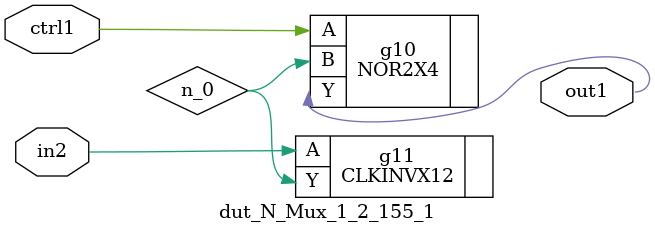
<source format=v>
`timescale 1ps / 1ps


module dut_N_Mux_1_2_155_1(in2, ctrl1, out1);
  input in2, ctrl1;
  output out1;
  wire in2, ctrl1;
  wire out1;
  wire n_0;
  NOR2X4 g10(.A (ctrl1), .B (n_0), .Y (out1));
  CLKINVX12 g11(.A (in2), .Y (n_0));
endmodule



</source>
